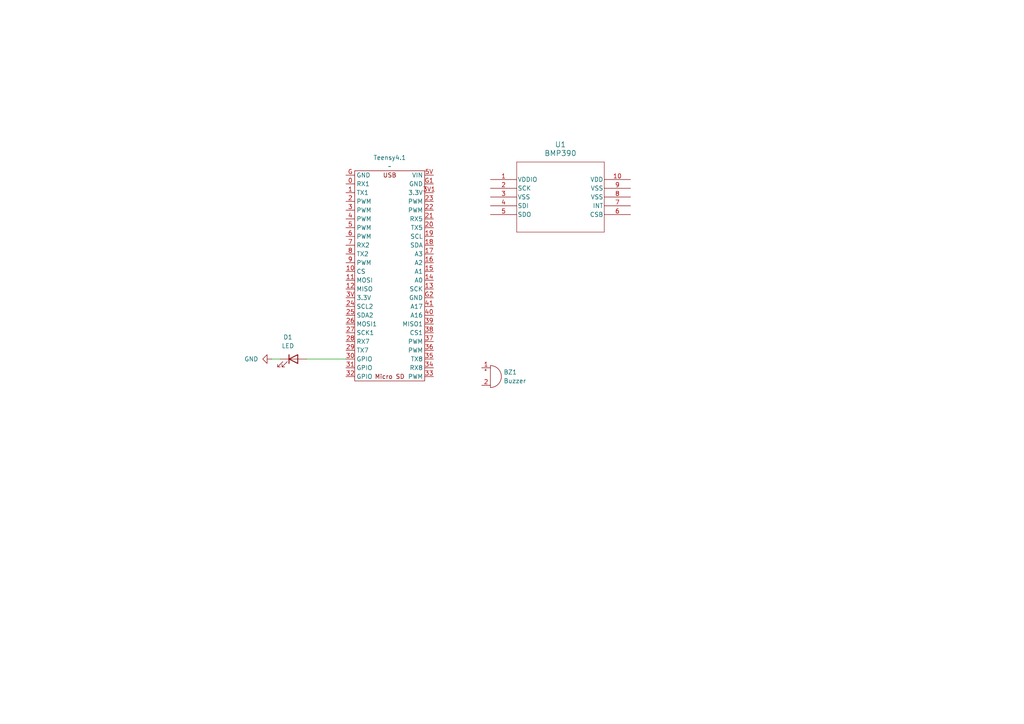
<source format=kicad_sch>
(kicad_sch (version 20250114) (generator "eeschema") (generator_version "9.0")
  (paper "A4")
  (lib_symbols
    (symbol "Device:Buzzer" (pin_names (offset 0.0254) (hide yes))
      (property "Reference" "BZ" (at 3.81 1.27 0))
      (property "Value" "Buzzer" (at 3.81 -1.27 0))
      (symbol "Buzzer_0_1"
        (polyline (pts (xy -1.651 1.905) (xy -1.143 1.905)))
        (polyline (pts (xy -1.397 2.159) (xy -1.397 1.651)))
        (arc (start 0 3.175) (mid 3.1612 0) (end 0 -3.175))
        (polyline (pts (xy 0 3.175) (xy 0 -3.175)))
      )
      (symbol "Buzzer_1_1"
        (pin passive line (at -2.54 2.54 0) (length 2.54) (name "+") (number "1"))
        (pin passive line (at -2.54 -2.54 0) (length 2.54) (name "-") (number "2"))
      )
    )
    (symbol "Device:LED" (pin_numbers (hide yes)) (pin_names (offset 1.016) (hide yes))
      (property "Reference" "D" (at 0 2.54 0))
      (property "Value" "LED" (at 0 -2.54 0))
      (symbol "LED_0_1"
        (polyline (pts (xy -3.048 -0.762) (xy -4.572 -2.286) (xy -3.81 -2.286) (xy -4.572 -2.286) (xy -4.572 -1.524)))
        (polyline (pts (xy -1.778 -0.762) (xy -3.302 -2.286) (xy -2.54 -2.286) (xy -3.302 -2.286) (xy -3.302 -1.524)))
        (polyline (pts (xy -1.27 0) (xy 1.27 0)))
        (polyline (pts (xy -1.27 -1.27) (xy -1.27 1.27)) (stroke (width 0.254)))
        (polyline (pts (xy 1.27 -1.27) (xy 1.27 1.27) (xy -1.27 0) (xy 1.27 -1.27)) (stroke (width 0.254)))
      )
      (symbol "LED_1_1"
        (pin passive line (at -3.81 0 0) (length 2.54) (name "K") (number "1"))
        (pin passive line (at 3.81 0 180) (length 2.54) (name "A") (number "2"))
      )
    )
    (symbol "my_library:BMP390" (pin_names (offset 0.254))
      (property "Reference" "U" (at 20.32 10.16 0))
      (property "Value" "BMP390" (at 20.32 7.62 0))
      (symbol "BMP390_0_1"
        (polyline (pts (xy 7.62 5.08) (xy 7.62 -15.24)) (stroke (width 0.127)))
        (polyline (pts (xy 7.62 -15.24) (xy 33.02 -15.24)) (stroke (width 0.127)))
        (polyline (pts (xy 33.02 5.08) (xy 7.62 5.08)) (stroke (width 0.127)))
        (polyline (pts (xy 33.02 -15.24) (xy 33.02 5.08)) (stroke (width 0.127)))
        (pin power_in line (at 0 0 0) (length 7.62) (name "VDDIO") (number "1"))
        (pin input line (at 0 -2.54 0) (length 7.62) (name "SCK") (number "2"))
        (pin power_out line (at 0 -5.08 0) (length 7.62) (name "VSS") (number "3"))
        (pin bidirectional line (at 0 -7.62 0) (length 7.62) (name "SDI") (number "4"))
        (pin bidirectional line (at 0 -10.16 0) (length 7.62) (name "SDO") (number "5"))
        (pin power_in line (at 40.64 0 180) (length 7.62) (name "VDD") (number "10"))
        (pin power_out line (at 40.64 -2.54 180) (length 7.62) (name "VSS") (number "9"))
        (pin power_out line (at 40.64 -5.08 180) (length 7.62) (name "VSS") (number "8"))
        (pin input line (at 40.64 -7.62 180) (length 7.62) (name "INT") (number "7"))
        (pin input line (at 40.64 -10.16 180) (length 7.62) (name "CSB") (number "6"))
      )
    )
    (symbol "my_library:Teensy4.1"
      (property "Reference" "Teensy4.1" (at 0 0 90))
      (symbol "Teensy4.1_0_1"
        (rectangle (start -10.16 30.48) (end 10.16 -30.48))
      )
      (symbol "Teensy4.1_1_1"
        (text "USB" (at 0 29.21 0) (effects (font (size 1.27 1.27))))
        (text "Micro SD" (at 0 -29.21 0) (effects (font (size 1.27 1.27))))
        (pin input line (at -12.7 29.21 0) (length 2.54) (name "GND") (number "G"))
        (pin input line (at -12.7 26.67 0) (length 2.54) (name "RX1") (number "0"))
        (pin input line (at -12.7 24.13 0) (length 2.54) (name "TX1") (number "1"))
        (pin input line (at -12.7 21.59 0) (length 2.54) (name "PWM") (number "2"))
        (pin input line (at -12.7 19.05 0) (length 2.54) (name "PWM") (number "3"))
        (pin input line (at -12.7 16.51 0) (length 2.54) (name "PWM") (number "4"))
        (pin input line (at -12.7 13.97 0) (length 2.54) (name "PWM") (number "5"))
        (pin input line (at -12.7 11.43 0) (length 2.54) (name "PWM") (number "6"))
        (pin input line (at -12.7 8.89 0) (length 2.54) (name "RX2") (number "7"))
        (pin input line (at -12.7 6.35 0) (length 2.54) (name "TX2") (number "8"))
        (pin input line (at -12.7 3.81 0) (length 2.54) (name "PWM") (number "9"))
        (pin input line (at -12.7 1.27 0) (length 2.54) (name "CS") (number "10"))
        (pin input line (at -12.7 -1.27 0) (length 2.54) (name "MOSI") (number "11"))
        (pin input line (at -12.7 -3.81 0) (length 2.54) (name "MISO") (number "12"))
        (pin input line (at -12.7 -6.35 0) (length 2.54) (name "3.3V") (number "3V"))
        (pin input line (at -12.7 -8.89 0) (length 2.54) (name "SCL2") (number "24"))
        (pin input line (at -12.7 -11.43 0) (length 2.54) (name "SDA2") (number "25"))
        (pin input line (at -12.7 -13.97 0) (length 2.54) (name "MOSI1") (number "26"))
        (pin input line (at -12.7 -16.51 0) (length 2.54) (name "SCK1") (number "27"))
        (pin input line (at -12.7 -19.05 0) (length 2.54) (name "RX7") (number "28"))
        (pin input line (at -12.7 -21.59 0) (length 2.54) (name "TX7") (number "29"))
        (pin input line (at -12.7 -24.13 0) (length 2.54) (name "GPIO") (number "30"))
        (pin input line (at -12.7 -26.67 0) (length 2.54) (name "GPIO") (number "31"))
        (pin input line (at -12.7 -29.21 0) (length 2.54) (name "GPIO") (number "32"))
        (pin input line (at 12.7 29.21 180) (length 2.54) (name "VIN") (number "5V"))
        (pin input line (at 12.7 26.67 180) (length 2.54) (name "GND") (number "G1"))
        (pin input line (at 12.7 24.13 180) (length 2.54) (name "3.3V") (number "3V1"))
        (pin input line (at 12.7 21.59 180) (length 2.54) (name "PWM") (number "23"))
        (pin input line (at 12.7 19.05 180) (length 2.54) (name "PWM") (number "22"))
        (pin input line (at 12.7 16.51 180) (length 2.54) (name "RX5") (number "21"))
        (pin input line (at 12.7 13.97 180) (length 2.54) (name "TX5") (number "20"))
        (pin input line (at 12.7 11.43 180) (length 2.54) (name "SCL") (number "19"))
        (pin input line (at 12.7 8.89 180) (length 2.54) (name "SDA") (number "18"))
        (pin input line (at 12.7 6.35 180) (length 2.54) (name "A3") (number "17"))
        (pin input line (at 12.7 3.81 180) (length 2.54) (name "A2") (number "16"))
        (pin input line (at 12.7 1.27 180) (length 2.54) (name "A1") (number "15"))
        (pin input line (at 12.7 -1.27 180) (length 2.54) (name "A0") (number "14"))
        (pin input line (at 12.7 -3.81 180) (length 2.54) (name "SCK") (number "13"))
        (pin input line (at 12.7 -6.35 180) (length 2.54) (name "GND") (number "G2"))
        (pin input line (at 12.7 -8.89 180) (length 2.54) (name "A17") (number "41"))
        (pin input line (at 12.7 -11.43 180) (length 2.54) (name "A16") (number "40"))
        (pin input line (at 12.7 -13.97 180) (length 2.54) (name "MISO1") (number "39"))
        (pin input line (at 12.7 -16.51 180) (length 2.54) (name "CS1") (number "38"))
        (pin input line (at 12.7 -19.05 180) (length 2.54) (name "PWM") (number "37"))
        (pin input line (at 12.7 -21.59 180) (length 2.54) (name "PWM") (number "36"))
        (pin input line (at 12.7 -24.13 180) (length 2.54) (name "TX8") (number "35"))
        (pin input line (at 12.7 -26.67 180) (length 2.54) (name "RX8") (number "34"))
        (pin input line (at 12.7 -29.21 180) (length 2.54) (name "PWM") (number "33"))
      )
    )
    (symbol "power:GND" (power) (pin_numbers (hide yes)) (pin_names (offset 0) (hide yes))
      (property "Value" "GND" (at 0 -3.81 0))
      (symbol "GND_0_1"
        (polyline (pts (xy 0 0) (xy 0 -1.27) (xy 1.27 -1.27) (xy 0 -2.54) (xy -1.27 -1.27) (xy 0 -1.27)))
      )
      (symbol "GND_1_1"
        (pin power_in line (at 0 0 270) (length 0) (name "~") (number "1"))
      )
    )
  )
  (wire (pts (xy 88.9 104.14) (xy 100.33 104.14)))
  (wire (pts (xy 78.74 104.14) (xy 81.28 104.14)))
  (symbol (lib_id "Device:LED") (at 85.09 104.14 0) (unit 1)
    (property "Reference" "D1" (at 83.5025 97.79 0))
    (property "Value" "LED" (at 83.5025 100.33 0))
    (property "Description" "Light emitting diode" (effects (hide yes)))
    (property "Sim.Pins" "1=K 2=A" (effects (hide yes)))
  )
  (symbol (lib_id "my_library:BMP390") (at 142.24 52.07 0) (unit 1)
    (property "Reference" "U1" (at 162.56 41.91 0) (effects (font (size 1.524 1.524))))
    (property "Value" "BMP390" (at 162.56 44.45 0) (effects (font (size 1.524 1.524))))
    (property "Footprint" "10LGA_2X2X0p75_BOS" (effects (hide yes)))
    (property "Datasheet" "BMP390" (effects (hide yes)))
  )
  (symbol (lib_id "Device:Buzzer") (at 142.24 109.22 0) (unit 1)
    (property "Reference" "BZ1" (at 146.05 107.9499 0) (effects (justify left)))
    (property "Value" "Buzzer" (at 146.05 110.4899 0) (effects (justify left)))
    (property "Description" "Buzzer, polarized" (effects (hide yes)))
  )
  (symbol (lib_id "my_library:Teensy4.1") (at 113.03 80.01 0) (unit 1)
    (property "Reference" "Teensy4.1" (at 113.03 45.72 0))
    (property "Value" "~" (at 113.03 48.26 0))
  )
  (symbol (lib_id "power:GND") (at 78.74 104.14 270) (unit 1)
    (property "Reference" "#PWR01" (effects (hide yes)))
    (property "Value" "GND" (at 74.93 104.1399 90) (effects (justify right)))
    (property "Description" "Power symbol creates a global label with name \"GND\" , ground" (effects (hide yes)))
  )
)
</source>
